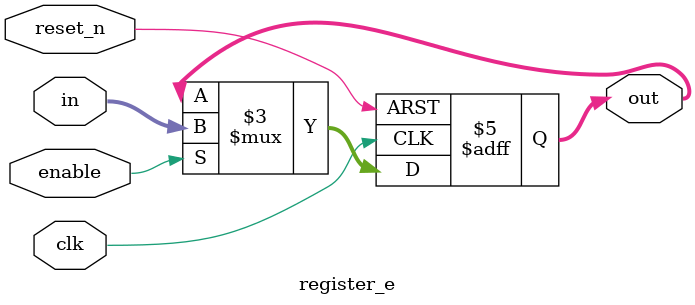
<source format=v>
module register_e(in, out, clk, reset_n, enable);

parameter dw = 8 ;

input [dw-1:0] in;
input clk;
input reset_n;
input enable;

output reg [dw-1:0] out;

always @(posedge clk or negedge reset_n)
begin
	if (!reset_n)
		out <= 0;
	else if (enable)
		out <= in;
//	else
//		out <= {dw{1'bx}};
end

endmodule
</source>
